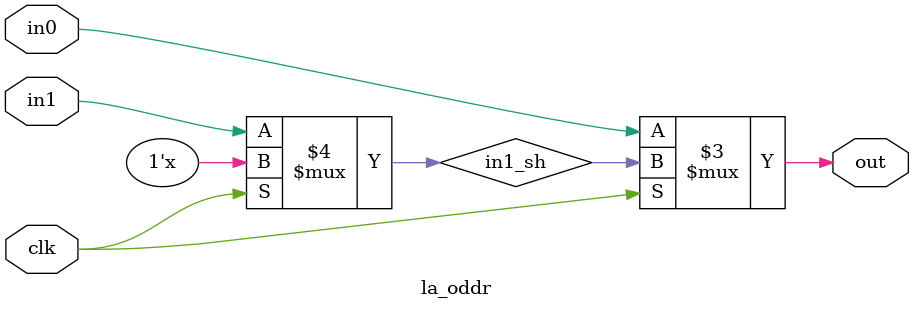
<source format=v>

module la_oddr #(parameter PROP = "DEFAULT")  (
   input  clk, // clock input
   input  in0, // data for clk=0
   input  in1, // data for clk=1
   output out  // dual data rate output
   );

   //Making in1 stable for clk=1
   reg 	  in1_sh;
   always @ (clk or in1)
     if(~clk)
       in1_sh <= in1;

   //Using clock as data selctor
   assign out = clk ? in1_sh : in0;

endmodule

</source>
